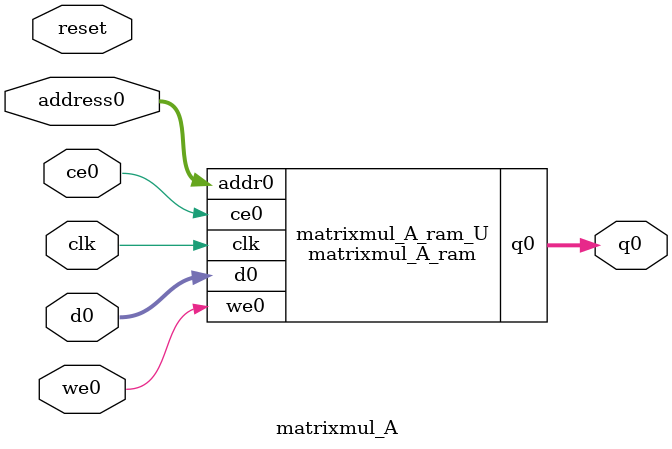
<source format=v>

`timescale 1 ns / 1 ps
module matrixmul_A_ram (addr0, ce0, d0, we0, q0,  clk);

parameter DWIDTH = 8;
parameter AWIDTH = 14;
parameter MEM_SIZE = 16384;

input[AWIDTH-1:0] addr0;
input ce0;
input[DWIDTH-1:0] d0;
input we0;
output reg[DWIDTH-1:0] q0;
input clk;

(* ram_style = "block" *)reg [DWIDTH-1:0] ram[0:MEM_SIZE-1];




always @(posedge clk)  
begin 
    if (ce0) 
    begin
        if (we0) 
        begin 
            ram[addr0] <= d0; 
            q0 <= d0;
        end 
        else 
            q0 <= ram[addr0];
    end
end


endmodule


`timescale 1 ns / 1 ps
module matrixmul_A(
    reset,
    clk,
    address0,
    ce0,
    we0,
    d0,
    q0);

parameter DataWidth = 32'd8;
parameter AddressRange = 32'd16384;
parameter AddressWidth = 32'd14;
input reset;
input clk;
input[AddressWidth - 1:0] address0;
input ce0;
input we0;
input[DataWidth - 1:0] d0;
output[DataWidth - 1:0] q0;



matrixmul_A_ram matrixmul_A_ram_U(
    .clk( clk ),
    .addr0( address0 ),
    .ce0( ce0 ),
    .we0( we0 ),
    .d0( d0 ),
    .q0( q0 ));

endmodule


</source>
